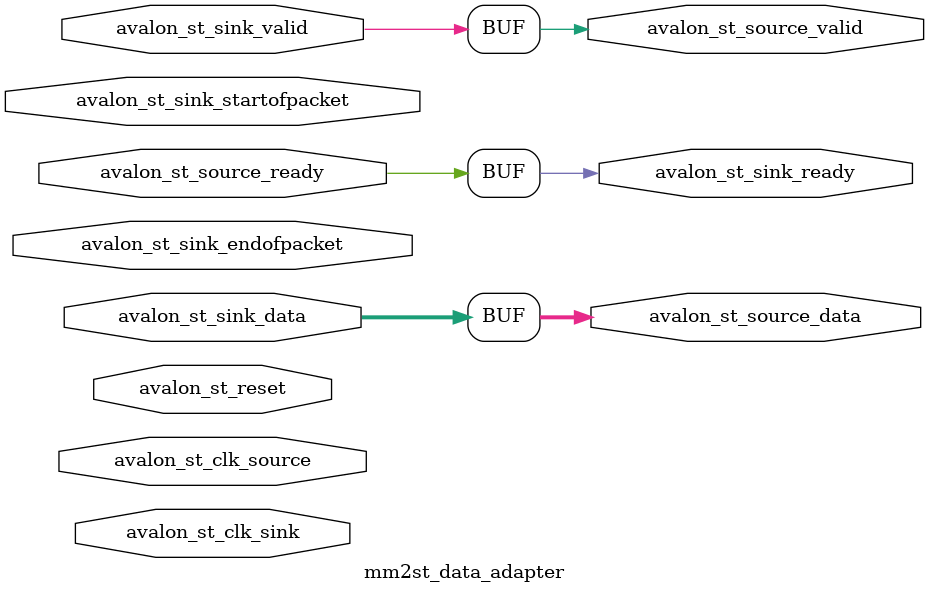
<source format=v>

module mm2st_data_adapter
(
	input  wire        avalon_st_clk_source,         // avalon_st_clk_source.clk
	input  wire        avalon_st_sink_startofpacket, //       avalon_st_sink.startofpacket
	input  wire        avalon_st_sink_endofpacket,   //                     .endofpacket
	input  wire [15:0] avalon_st_sink_data,          //                     .data
	output wire        avalon_st_sink_ready,         //                     .ready
	input  wire        avalon_st_sink_valid,         //                     .valid
	output wire [15:0] avalon_st_source_data,        //     avalon_st_source.data
	output wire        avalon_st_source_valid,       //                     .valid
	input  wire        avalon_st_source_ready,       //                     .ready
	input  wire        avalon_st_clk_sink,           //   avalon_st_clk_sink.clk
	input  wire        avalon_st_reset               //      avalon_st_reset.reset
);

assign avalon_st_sink_ready 	= avalon_st_source_ready;
assign avalon_st_source_valid 	= avalon_st_sink_valid;
assign avalon_st_source_data 	= avalon_st_sink_data;

endmodule

</source>
